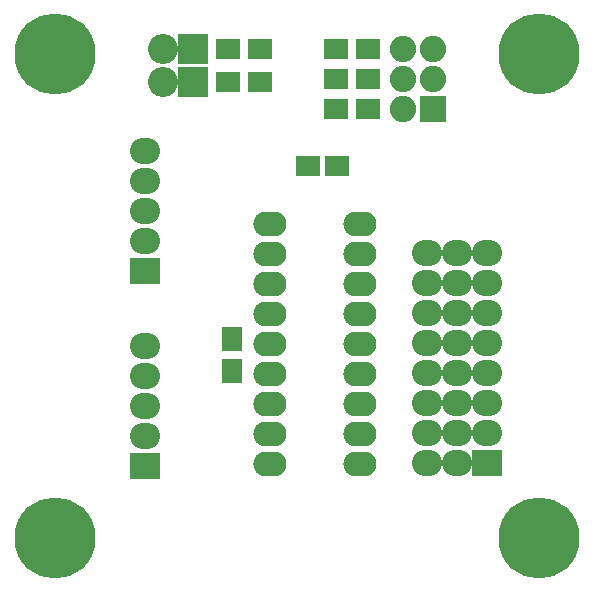
<source format=gts>
G04 #@! TF.FileFunction,Soldermask,Top*
%FSLAX46Y46*%
G04 Gerber Fmt 4.6, Leading zero omitted, Abs format (unit mm)*
G04 Created by KiCad (PCBNEW (after 2015-mar-04 BZR unknown)-product) date 1/1/2016 2:42:15 PM*
%MOMM*%
G01*
G04 APERTURE LIST*
%ADD10C,0.150000*%
%ADD11O,2.808000X2.108000*%
%ADD12R,2.008000X1.808000*%
%ADD13C,6.858000*%
%ADD14R,1.808000X2.008000*%
%ADD15R,2.008000X1.758000*%
%ADD16R,2.540000X2.540000*%
%ADD17O,2.540000X2.540000*%
%ADD18R,2.235200X2.235200*%
%ADD19O,2.235200X2.235200*%
%ADD20R,2.540000X2.235200*%
%ADD21O,2.540000X2.235200*%
G04 APERTURE END LIST*
D10*
D11*
X22225000Y-18415000D03*
X22225000Y-20955000D03*
X22225000Y-23495000D03*
X22225000Y-26035000D03*
X22225000Y-28575000D03*
X22225000Y-31115000D03*
X22225000Y-33655000D03*
X22225000Y-36195000D03*
X22225000Y-38735000D03*
X29845000Y-38735000D03*
X29845000Y-36195000D03*
X29845000Y-33655000D03*
X29845000Y-31115000D03*
X29845000Y-28575000D03*
X29845000Y-26035000D03*
X29845000Y-23495000D03*
X29845000Y-20955000D03*
X29845000Y-18415000D03*
D12*
X27860000Y-8636000D03*
X30560000Y-8636000D03*
X27860000Y-6096000D03*
X30560000Y-6096000D03*
X27860000Y-3556000D03*
X30560000Y-3556000D03*
X21416000Y-3556000D03*
X18716000Y-3556000D03*
X21416000Y-6350000D03*
X18716000Y-6350000D03*
D13*
X4000000Y-45000000D03*
X4000000Y-4000000D03*
X45000000Y-45000000D03*
X45000000Y-4000000D03*
D14*
X19050000Y-28114000D03*
X19050000Y-30814000D03*
D15*
X27920000Y-13462000D03*
X25420000Y-13462000D03*
D16*
X15748000Y-3556000D03*
D17*
X13208000Y-3556000D03*
D16*
X15748000Y-6350000D03*
D17*
X13208000Y-6350000D03*
D18*
X36068000Y-8636000D03*
D19*
X33528000Y-8636000D03*
X36068000Y-6096000D03*
X33528000Y-6096000D03*
X36068000Y-3556000D03*
X33528000Y-3556000D03*
D20*
X11684000Y-22352000D03*
D21*
X11684000Y-19812000D03*
X11684000Y-17272000D03*
X11684000Y-14732000D03*
X11684000Y-12192000D03*
D20*
X11684000Y-38862000D03*
D21*
X11684000Y-36322000D03*
X11684000Y-33782000D03*
X11684000Y-31242000D03*
X11684000Y-28702000D03*
D20*
X40640000Y-38608000D03*
D21*
X38100000Y-38608000D03*
X35560000Y-38608000D03*
X40640000Y-36068000D03*
X38100000Y-36068000D03*
X35560000Y-36068000D03*
X40640000Y-33528000D03*
X38100000Y-33528000D03*
X35560000Y-33528000D03*
X40640000Y-30988000D03*
X38100000Y-30988000D03*
X35560000Y-30988000D03*
X40640000Y-28448000D03*
X38100000Y-28448000D03*
X35560000Y-28448000D03*
X40640000Y-25908000D03*
X38100000Y-25908000D03*
X35560000Y-25908000D03*
X40640000Y-23368000D03*
X38100000Y-23368000D03*
X35560000Y-23368000D03*
X40640000Y-20828000D03*
X38100000Y-20828000D03*
X35560000Y-20828000D03*
M02*

</source>
